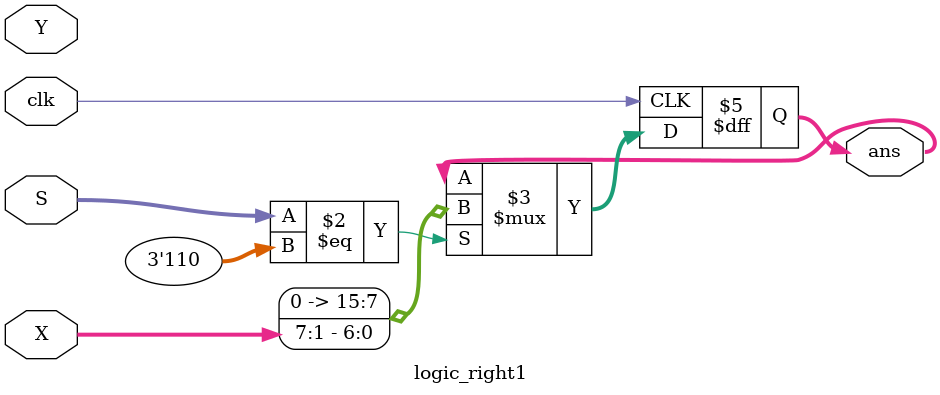
<source format=v>
module logic_right1(
	input [7:0] X,
	input [7:0] Y,
	input [2:0] S,
	output reg[15:0] ans,
	input clk
);
always@(posedge clk)
	begin
		if(S==3'b110)
		begin
			ans<={8'b0000_0000,1'b0,X[7:1]};
		end
	end
endmodule

</source>
